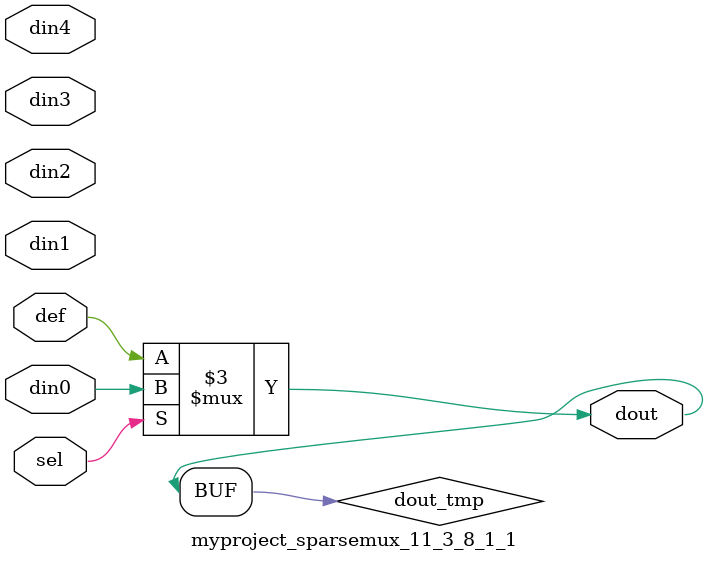
<source format=v>
`timescale 1ns / 1ps

module myproject_sparsemux_11_3_8_1_1 (din0,din1,din2,din3,din4,def,sel,dout);

parameter din0_WIDTH = 1;

parameter din1_WIDTH = 1;

parameter din2_WIDTH = 1;

parameter din3_WIDTH = 1;

parameter din4_WIDTH = 1;

parameter def_WIDTH = 1;
parameter sel_WIDTH = 1;
parameter dout_WIDTH = 1;

parameter [sel_WIDTH-1:0] CASE0 = 1;

parameter [sel_WIDTH-1:0] CASE1 = 1;

parameter [sel_WIDTH-1:0] CASE2 = 1;

parameter [sel_WIDTH-1:0] CASE3 = 1;

parameter [sel_WIDTH-1:0] CASE4 = 1;

parameter ID = 1;
parameter NUM_STAGE = 1;



input [din0_WIDTH-1:0] din0;

input [din1_WIDTH-1:0] din1;

input [din2_WIDTH-1:0] din2;

input [din3_WIDTH-1:0] din3;

input [din4_WIDTH-1:0] din4;

input [def_WIDTH-1:0] def;
input [sel_WIDTH-1:0] sel;

output [dout_WIDTH-1:0] dout;



reg [dout_WIDTH-1:0] dout_tmp;


always @ (*) begin
(* parallel_case *) case (sel)
    
    CASE0 : dout_tmp = din0;
    
    CASE1 : dout_tmp = din1;
    
    CASE2 : dout_tmp = din2;
    
    CASE3 : dout_tmp = din3;
    
    CASE4 : dout_tmp = din4;
    
    default : dout_tmp = def;
endcase
end


assign dout = dout_tmp;



endmodule

</source>
